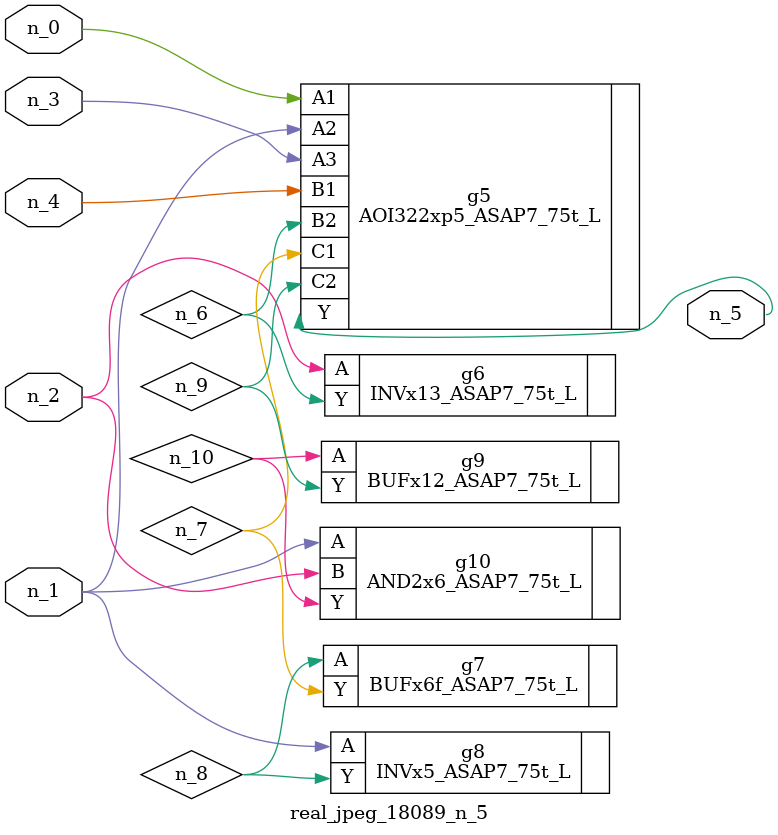
<source format=v>
module real_jpeg_18089_n_5 (n_4, n_0, n_1, n_2, n_3, n_5);

input n_4;
input n_0;
input n_1;
input n_2;
input n_3;

output n_5;

wire n_8;
wire n_6;
wire n_7;
wire n_10;
wire n_9;

AOI322xp5_ASAP7_75t_L g5 ( 
.A1(n_0),
.A2(n_1),
.A3(n_3),
.B1(n_4),
.B2(n_6),
.C1(n_7),
.C2(n_9),
.Y(n_5)
);

INVx5_ASAP7_75t_L g8 ( 
.A(n_1),
.Y(n_8)
);

AND2x6_ASAP7_75t_L g10 ( 
.A(n_1),
.B(n_2),
.Y(n_10)
);

INVx13_ASAP7_75t_L g6 ( 
.A(n_2),
.Y(n_6)
);

BUFx6f_ASAP7_75t_L g7 ( 
.A(n_8),
.Y(n_7)
);

BUFx12_ASAP7_75t_L g9 ( 
.A(n_10),
.Y(n_9)
);


endmodule
</source>
